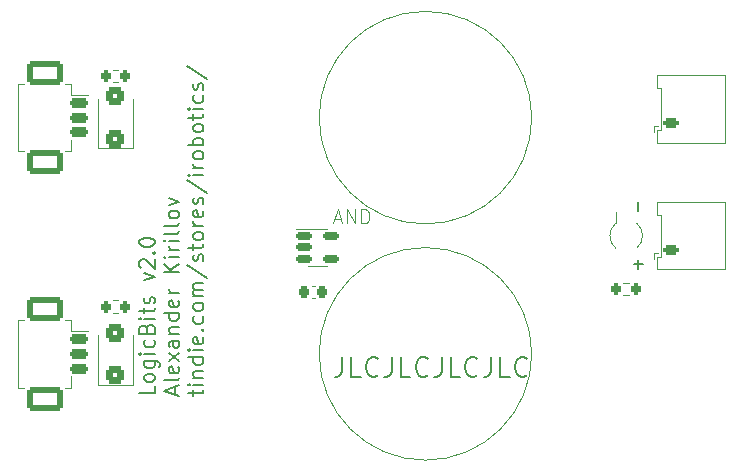
<source format=gbr>
%TF.GenerationSoftware,KiCad,Pcbnew,(6.0.4-0)*%
%TF.CreationDate,2022-12-31T15:50:49-05:00*%
%TF.ProjectId,ANDgate,414e4467-6174-4652-9e6b-696361645f70,rev?*%
%TF.SameCoordinates,Original*%
%TF.FileFunction,Legend,Top*%
%TF.FilePolarity,Positive*%
%FSLAX46Y46*%
G04 Gerber Fmt 4.6, Leading zero omitted, Abs format (unit mm)*
G04 Created by KiCad (PCBNEW (6.0.4-0)) date 2022-12-31 15:50:49*
%MOMM*%
%LPD*%
G01*
G04 APERTURE LIST*
G04 Aperture macros list*
%AMRoundRect*
0 Rectangle with rounded corners*
0 $1 Rounding radius*
0 $2 $3 $4 $5 $6 $7 $8 $9 X,Y pos of 4 corners*
0 Add a 4 corners polygon primitive as box body*
4,1,4,$2,$3,$4,$5,$6,$7,$8,$9,$2,$3,0*
0 Add four circle primitives for the rounded corners*
1,1,$1+$1,$2,$3*
1,1,$1+$1,$4,$5*
1,1,$1+$1,$6,$7*
1,1,$1+$1,$8,$9*
0 Add four rect primitives between the rounded corners*
20,1,$1+$1,$2,$3,$4,$5,0*
20,1,$1+$1,$4,$5,$6,$7,0*
20,1,$1+$1,$6,$7,$8,$9,0*
20,1,$1+$1,$8,$9,$2,$3,0*%
G04 Aperture macros list end*
%ADD10C,0.100000*%
%ADD11C,0.142240*%
%ADD12C,0.101600*%
%ADD13C,0.150000*%
%ADD14C,0.120000*%
%ADD15RoundRect,0.200000X0.450000X-0.200000X0.450000X0.200000X-0.450000X0.200000X-0.450000X-0.200000X0*%
%ADD16O,1.300000X0.800000*%
%ADD17C,2.100000*%
%ADD18R,0.700000X1.000000*%
%ADD19RoundRect,0.200000X-0.600000X0.200000X-0.600000X-0.200000X0.600000X-0.200000X0.600000X0.200000X0*%
%ADD20RoundRect,0.250001X-1.249999X0.799999X-1.249999X-0.799999X1.249999X-0.799999X1.249999X0.799999X0*%
%ADD21O,2.600000X2.100000*%
%ADD22RoundRect,0.300000X0.500000X-0.450000X0.500000X0.450000X-0.500000X0.450000X-0.500000X-0.450000X0*%
%ADD23RoundRect,0.150000X-0.512500X-0.150000X0.512500X-0.150000X0.512500X0.150000X-0.512500X0.150000X0*%
%ADD24RoundRect,0.200000X-0.200000X-0.275000X0.200000X-0.275000X0.200000X0.275000X-0.200000X0.275000X0*%
%ADD25RoundRect,0.225000X0.225000X0.250000X-0.225000X0.250000X-0.225000X-0.250000X0.225000X-0.250000X0*%
G04 APERTURE END LIST*
D10*
X161501100Y-115003600D02*
G75*
G03*
X161501100Y-115003600I-9000000J0D01*
G01*
X161501100Y-95003600D02*
G75*
G03*
X161501100Y-95003600I-9000000J0D01*
G01*
D11*
X145450382Y-115289946D02*
X145450382Y-116458346D01*
X145372489Y-116692026D01*
X145216702Y-116847813D01*
X144983022Y-116925706D01*
X144827236Y-116925706D01*
X147008249Y-116925706D02*
X146229316Y-116925706D01*
X146229316Y-115289946D01*
X148488222Y-116769920D02*
X148410329Y-116847813D01*
X148176649Y-116925706D01*
X148020862Y-116925706D01*
X147787182Y-116847813D01*
X147631396Y-116692026D01*
X147553502Y-116536240D01*
X147475609Y-116224666D01*
X147475609Y-115990986D01*
X147553502Y-115679413D01*
X147631396Y-115523626D01*
X147787182Y-115367840D01*
X148020862Y-115289946D01*
X148176649Y-115289946D01*
X148410329Y-115367840D01*
X148488222Y-115445733D01*
X149656622Y-115289946D02*
X149656622Y-116458346D01*
X149578729Y-116692026D01*
X149422942Y-116847813D01*
X149189262Y-116925706D01*
X149033476Y-116925706D01*
X151214489Y-116925706D02*
X150435556Y-116925706D01*
X150435556Y-115289946D01*
X152694462Y-116769920D02*
X152616569Y-116847813D01*
X152382889Y-116925706D01*
X152227102Y-116925706D01*
X151993422Y-116847813D01*
X151837636Y-116692026D01*
X151759742Y-116536240D01*
X151681849Y-116224666D01*
X151681849Y-115990986D01*
X151759742Y-115679413D01*
X151837636Y-115523626D01*
X151993422Y-115367840D01*
X152227102Y-115289946D01*
X152382889Y-115289946D01*
X152616569Y-115367840D01*
X152694462Y-115445733D01*
X153862862Y-115289946D02*
X153862862Y-116458346D01*
X153784969Y-116692026D01*
X153629182Y-116847813D01*
X153395502Y-116925706D01*
X153239716Y-116925706D01*
X155420729Y-116925706D02*
X154641796Y-116925706D01*
X154641796Y-115289946D01*
X156900702Y-116769920D02*
X156822809Y-116847813D01*
X156589129Y-116925706D01*
X156433342Y-116925706D01*
X156199662Y-116847813D01*
X156043876Y-116692026D01*
X155965982Y-116536240D01*
X155888089Y-116224666D01*
X155888089Y-115990986D01*
X155965982Y-115679413D01*
X156043876Y-115523626D01*
X156199662Y-115367840D01*
X156433342Y-115289946D01*
X156589129Y-115289946D01*
X156822809Y-115367840D01*
X156900702Y-115445733D01*
X158069102Y-115289946D02*
X158069102Y-116458346D01*
X157991209Y-116692026D01*
X157835422Y-116847813D01*
X157601742Y-116925706D01*
X157445956Y-116925706D01*
X159626969Y-116925706D02*
X158848036Y-116925706D01*
X158848036Y-115289946D01*
X161106942Y-116769920D02*
X161029049Y-116847813D01*
X160795369Y-116925706D01*
X160639582Y-116925706D01*
X160405902Y-116847813D01*
X160250116Y-116692026D01*
X160172222Y-116536240D01*
X160094329Y-116224666D01*
X160094329Y-115990986D01*
X160172222Y-115679413D01*
X160250116Y-115523626D01*
X160405902Y-115367840D01*
X160639582Y-115289946D01*
X160795369Y-115289946D01*
X161029049Y-115367840D01*
X161106942Y-115445733D01*
X129566924Y-117743144D02*
X129566924Y-118352744D01*
X128286764Y-118352744D01*
X129566924Y-117133544D02*
X129505964Y-117255464D01*
X129445004Y-117316424D01*
X129323084Y-117377384D01*
X128957324Y-117377384D01*
X128835404Y-117316424D01*
X128774444Y-117255464D01*
X128713484Y-117133544D01*
X128713484Y-116950664D01*
X128774444Y-116828744D01*
X128835404Y-116767784D01*
X128957324Y-116706824D01*
X129323084Y-116706824D01*
X129445004Y-116767784D01*
X129505964Y-116828744D01*
X129566924Y-116950664D01*
X129566924Y-117133544D01*
X128713484Y-115609544D02*
X129749804Y-115609544D01*
X129871724Y-115670504D01*
X129932684Y-115731464D01*
X129993644Y-115853384D01*
X129993644Y-116036264D01*
X129932684Y-116158184D01*
X129505964Y-115609544D02*
X129566924Y-115731464D01*
X129566924Y-115975304D01*
X129505964Y-116097224D01*
X129445004Y-116158184D01*
X129323084Y-116219144D01*
X128957324Y-116219144D01*
X128835404Y-116158184D01*
X128774444Y-116097224D01*
X128713484Y-115975304D01*
X128713484Y-115731464D01*
X128774444Y-115609544D01*
X129566924Y-114999944D02*
X128713484Y-114999944D01*
X128286764Y-114999944D02*
X128347724Y-115060904D01*
X128408684Y-114999944D01*
X128347724Y-114938984D01*
X128286764Y-114999944D01*
X128408684Y-114999944D01*
X129505964Y-113841704D02*
X129566924Y-113963624D01*
X129566924Y-114207464D01*
X129505964Y-114329384D01*
X129445004Y-114390344D01*
X129323084Y-114451304D01*
X128957324Y-114451304D01*
X128835404Y-114390344D01*
X128774444Y-114329384D01*
X128713484Y-114207464D01*
X128713484Y-113963624D01*
X128774444Y-113841704D01*
X128896364Y-112866344D02*
X128957324Y-112683464D01*
X129018284Y-112622504D01*
X129140204Y-112561544D01*
X129323084Y-112561544D01*
X129445004Y-112622504D01*
X129505964Y-112683464D01*
X129566924Y-112805384D01*
X129566924Y-113293064D01*
X128286764Y-113293064D01*
X128286764Y-112866344D01*
X128347724Y-112744424D01*
X128408684Y-112683464D01*
X128530604Y-112622504D01*
X128652524Y-112622504D01*
X128774444Y-112683464D01*
X128835404Y-112744424D01*
X128896364Y-112866344D01*
X128896364Y-113293064D01*
X129566924Y-112012904D02*
X128713484Y-112012904D01*
X128286764Y-112012904D02*
X128347724Y-112073864D01*
X128408684Y-112012904D01*
X128347724Y-111951944D01*
X128286764Y-112012904D01*
X128408684Y-112012904D01*
X128713484Y-111586184D02*
X128713484Y-111098504D01*
X128286764Y-111403304D02*
X129384044Y-111403304D01*
X129505964Y-111342344D01*
X129566924Y-111220424D01*
X129566924Y-111098504D01*
X129505964Y-110732744D02*
X129566924Y-110610824D01*
X129566924Y-110366984D01*
X129505964Y-110245064D01*
X129384044Y-110184104D01*
X129323084Y-110184104D01*
X129201164Y-110245064D01*
X129140204Y-110366984D01*
X129140204Y-110549864D01*
X129079244Y-110671784D01*
X128957324Y-110732744D01*
X128896364Y-110732744D01*
X128774444Y-110671784D01*
X128713484Y-110549864D01*
X128713484Y-110366984D01*
X128774444Y-110245064D01*
X128713484Y-108782024D02*
X129566924Y-108477224D01*
X128713484Y-108172424D01*
X128408684Y-107745704D02*
X128347724Y-107684744D01*
X128286764Y-107562824D01*
X128286764Y-107258024D01*
X128347724Y-107136104D01*
X128408684Y-107075144D01*
X128530604Y-107014184D01*
X128652524Y-107014184D01*
X128835404Y-107075144D01*
X129566924Y-107806664D01*
X129566924Y-107014184D01*
X129445004Y-106465544D02*
X129505964Y-106404584D01*
X129566924Y-106465544D01*
X129505964Y-106526504D01*
X129445004Y-106465544D01*
X129566924Y-106465544D01*
X128286764Y-105612104D02*
X128286764Y-105490184D01*
X128347724Y-105368264D01*
X128408684Y-105307304D01*
X128530604Y-105246344D01*
X128774444Y-105185384D01*
X129079244Y-105185384D01*
X129323084Y-105246344D01*
X129445004Y-105307304D01*
X129505964Y-105368264D01*
X129566924Y-105490184D01*
X129566924Y-105612104D01*
X129505964Y-105734024D01*
X129445004Y-105794984D01*
X129323084Y-105855944D01*
X129079244Y-105916904D01*
X128774444Y-105916904D01*
X128530604Y-105855944D01*
X128408684Y-105794984D01*
X128347724Y-105734024D01*
X128286764Y-105612104D01*
X131262222Y-118413704D02*
X131262222Y-117804104D01*
X131627982Y-118535624D02*
X130347822Y-118108904D01*
X131627982Y-117682184D01*
X131627982Y-117072584D02*
X131567022Y-117194504D01*
X131445102Y-117255464D01*
X130347822Y-117255464D01*
X131567022Y-116097224D02*
X131627982Y-116219144D01*
X131627982Y-116462984D01*
X131567022Y-116584904D01*
X131445102Y-116645864D01*
X130957422Y-116645864D01*
X130835502Y-116584904D01*
X130774542Y-116462984D01*
X130774542Y-116219144D01*
X130835502Y-116097224D01*
X130957422Y-116036264D01*
X131079342Y-116036264D01*
X131201262Y-116645864D01*
X131627982Y-115609544D02*
X130774542Y-114938984D01*
X130774542Y-115609544D02*
X131627982Y-114938984D01*
X131627982Y-113902664D02*
X130957422Y-113902664D01*
X130835502Y-113963624D01*
X130774542Y-114085544D01*
X130774542Y-114329384D01*
X130835502Y-114451304D01*
X131567022Y-113902664D02*
X131627982Y-114024584D01*
X131627982Y-114329384D01*
X131567022Y-114451304D01*
X131445102Y-114512264D01*
X131323182Y-114512264D01*
X131201262Y-114451304D01*
X131140302Y-114329384D01*
X131140302Y-114024584D01*
X131079342Y-113902664D01*
X130774542Y-113293064D02*
X131627982Y-113293064D01*
X130896462Y-113293064D02*
X130835502Y-113232104D01*
X130774542Y-113110184D01*
X130774542Y-112927304D01*
X130835502Y-112805384D01*
X130957422Y-112744424D01*
X131627982Y-112744424D01*
X131627982Y-111586184D02*
X130347822Y-111586184D01*
X131567022Y-111586184D02*
X131627982Y-111708104D01*
X131627982Y-111951944D01*
X131567022Y-112073864D01*
X131506062Y-112134824D01*
X131384142Y-112195784D01*
X131018382Y-112195784D01*
X130896462Y-112134824D01*
X130835502Y-112073864D01*
X130774542Y-111951944D01*
X130774542Y-111708104D01*
X130835502Y-111586184D01*
X131567022Y-110488904D02*
X131627982Y-110610824D01*
X131627982Y-110854664D01*
X131567022Y-110976584D01*
X131445102Y-111037544D01*
X130957422Y-111037544D01*
X130835502Y-110976584D01*
X130774542Y-110854664D01*
X130774542Y-110610824D01*
X130835502Y-110488904D01*
X130957422Y-110427944D01*
X131079342Y-110427944D01*
X131201262Y-111037544D01*
X131627982Y-109879304D02*
X130774542Y-109879304D01*
X131018382Y-109879304D02*
X130896462Y-109818344D01*
X130835502Y-109757384D01*
X130774542Y-109635464D01*
X130774542Y-109513544D01*
X131627982Y-108111464D02*
X130347822Y-108111464D01*
X131627982Y-107379944D02*
X130896462Y-107928584D01*
X130347822Y-107379944D02*
X131079342Y-108111464D01*
X131627982Y-106831304D02*
X130774542Y-106831304D01*
X130347822Y-106831304D02*
X130408782Y-106892264D01*
X130469742Y-106831304D01*
X130408782Y-106770344D01*
X130347822Y-106831304D01*
X130469742Y-106831304D01*
X131627982Y-106221704D02*
X130774542Y-106221704D01*
X131018382Y-106221704D02*
X130896462Y-106160744D01*
X130835502Y-106099784D01*
X130774542Y-105977864D01*
X130774542Y-105855944D01*
X131627982Y-105429224D02*
X130774542Y-105429224D01*
X130347822Y-105429224D02*
X130408782Y-105490184D01*
X130469742Y-105429224D01*
X130408782Y-105368264D01*
X130347822Y-105429224D01*
X130469742Y-105429224D01*
X131627982Y-104636744D02*
X131567022Y-104758664D01*
X131445102Y-104819624D01*
X130347822Y-104819624D01*
X131627982Y-103966184D02*
X131567022Y-104088104D01*
X131445102Y-104149064D01*
X130347822Y-104149064D01*
X131627982Y-103295624D02*
X131567022Y-103417544D01*
X131506062Y-103478504D01*
X131384142Y-103539464D01*
X131018382Y-103539464D01*
X130896462Y-103478504D01*
X130835502Y-103417544D01*
X130774542Y-103295624D01*
X130774542Y-103112744D01*
X130835502Y-102990824D01*
X130896462Y-102929864D01*
X131018382Y-102868904D01*
X131384142Y-102868904D01*
X131506062Y-102929864D01*
X131567022Y-102990824D01*
X131627982Y-103112744D01*
X131627982Y-103295624D01*
X130774542Y-102442184D02*
X131627982Y-102137384D01*
X130774542Y-101832584D01*
X132835600Y-118535624D02*
X132835600Y-118047944D01*
X132408880Y-118352744D02*
X133506160Y-118352744D01*
X133628080Y-118291784D01*
X133689040Y-118169864D01*
X133689040Y-118047944D01*
X133689040Y-117621224D02*
X132835600Y-117621224D01*
X132408880Y-117621224D02*
X132469840Y-117682184D01*
X132530800Y-117621224D01*
X132469840Y-117560264D01*
X132408880Y-117621224D01*
X132530800Y-117621224D01*
X132835600Y-117011624D02*
X133689040Y-117011624D01*
X132957520Y-117011624D02*
X132896560Y-116950664D01*
X132835600Y-116828744D01*
X132835600Y-116645864D01*
X132896560Y-116523944D01*
X133018480Y-116462984D01*
X133689040Y-116462984D01*
X133689040Y-115304744D02*
X132408880Y-115304744D01*
X133628080Y-115304744D02*
X133689040Y-115426664D01*
X133689040Y-115670504D01*
X133628080Y-115792424D01*
X133567120Y-115853384D01*
X133445200Y-115914344D01*
X133079440Y-115914344D01*
X132957520Y-115853384D01*
X132896560Y-115792424D01*
X132835600Y-115670504D01*
X132835600Y-115426664D01*
X132896560Y-115304744D01*
X133689040Y-114695144D02*
X132835600Y-114695144D01*
X132408880Y-114695144D02*
X132469840Y-114756104D01*
X132530800Y-114695144D01*
X132469840Y-114634184D01*
X132408880Y-114695144D01*
X132530800Y-114695144D01*
X133628080Y-113597864D02*
X133689040Y-113719784D01*
X133689040Y-113963624D01*
X133628080Y-114085544D01*
X133506160Y-114146504D01*
X133018480Y-114146504D01*
X132896560Y-114085544D01*
X132835600Y-113963624D01*
X132835600Y-113719784D01*
X132896560Y-113597864D01*
X133018480Y-113536904D01*
X133140400Y-113536904D01*
X133262320Y-114146504D01*
X133567120Y-112988264D02*
X133628080Y-112927304D01*
X133689040Y-112988264D01*
X133628080Y-113049224D01*
X133567120Y-112988264D01*
X133689040Y-112988264D01*
X133628080Y-111830024D02*
X133689040Y-111951944D01*
X133689040Y-112195784D01*
X133628080Y-112317704D01*
X133567120Y-112378664D01*
X133445200Y-112439624D01*
X133079440Y-112439624D01*
X132957520Y-112378664D01*
X132896560Y-112317704D01*
X132835600Y-112195784D01*
X132835600Y-111951944D01*
X132896560Y-111830024D01*
X133689040Y-111098504D02*
X133628080Y-111220424D01*
X133567120Y-111281384D01*
X133445200Y-111342344D01*
X133079440Y-111342344D01*
X132957520Y-111281384D01*
X132896560Y-111220424D01*
X132835600Y-111098504D01*
X132835600Y-110915624D01*
X132896560Y-110793704D01*
X132957520Y-110732744D01*
X133079440Y-110671784D01*
X133445200Y-110671784D01*
X133567120Y-110732744D01*
X133628080Y-110793704D01*
X133689040Y-110915624D01*
X133689040Y-111098504D01*
X133689040Y-110123144D02*
X132835600Y-110123144D01*
X132957520Y-110123144D02*
X132896560Y-110062184D01*
X132835600Y-109940264D01*
X132835600Y-109757384D01*
X132896560Y-109635464D01*
X133018480Y-109574504D01*
X133689040Y-109574504D01*
X133018480Y-109574504D02*
X132896560Y-109513544D01*
X132835600Y-109391624D01*
X132835600Y-109208744D01*
X132896560Y-109086824D01*
X133018480Y-109025864D01*
X133689040Y-109025864D01*
X132347920Y-107501864D02*
X133993840Y-108599144D01*
X133628080Y-107136104D02*
X133689040Y-107014184D01*
X133689040Y-106770344D01*
X133628080Y-106648424D01*
X133506160Y-106587464D01*
X133445200Y-106587464D01*
X133323280Y-106648424D01*
X133262320Y-106770344D01*
X133262320Y-106953224D01*
X133201360Y-107075144D01*
X133079440Y-107136104D01*
X133018480Y-107136104D01*
X132896560Y-107075144D01*
X132835600Y-106953224D01*
X132835600Y-106770344D01*
X132896560Y-106648424D01*
X132835600Y-106221704D02*
X132835600Y-105734024D01*
X132408880Y-106038824D02*
X133506160Y-106038824D01*
X133628080Y-105977864D01*
X133689040Y-105855944D01*
X133689040Y-105734024D01*
X133689040Y-105124424D02*
X133628080Y-105246344D01*
X133567120Y-105307304D01*
X133445200Y-105368264D01*
X133079440Y-105368264D01*
X132957520Y-105307304D01*
X132896560Y-105246344D01*
X132835600Y-105124424D01*
X132835600Y-104941544D01*
X132896560Y-104819624D01*
X132957520Y-104758664D01*
X133079440Y-104697704D01*
X133445200Y-104697704D01*
X133567120Y-104758664D01*
X133628080Y-104819624D01*
X133689040Y-104941544D01*
X133689040Y-105124424D01*
X133689040Y-104149064D02*
X132835600Y-104149064D01*
X133079440Y-104149064D02*
X132957520Y-104088104D01*
X132896560Y-104027144D01*
X132835600Y-103905224D01*
X132835600Y-103783304D01*
X133628080Y-102868904D02*
X133689040Y-102990824D01*
X133689040Y-103234664D01*
X133628080Y-103356584D01*
X133506160Y-103417544D01*
X133018480Y-103417544D01*
X132896560Y-103356584D01*
X132835600Y-103234664D01*
X132835600Y-102990824D01*
X132896560Y-102868904D01*
X133018480Y-102807944D01*
X133140400Y-102807944D01*
X133262320Y-103417544D01*
X133628080Y-102320264D02*
X133689040Y-102198344D01*
X133689040Y-101954504D01*
X133628080Y-101832584D01*
X133506160Y-101771624D01*
X133445200Y-101771624D01*
X133323280Y-101832584D01*
X133262320Y-101954504D01*
X133262320Y-102137384D01*
X133201360Y-102259304D01*
X133079440Y-102320264D01*
X133018480Y-102320264D01*
X132896560Y-102259304D01*
X132835600Y-102137384D01*
X132835600Y-101954504D01*
X132896560Y-101832584D01*
X132347920Y-100308584D02*
X133993840Y-101405864D01*
X133689040Y-99881864D02*
X132835600Y-99881864D01*
X132408880Y-99881864D02*
X132469840Y-99942824D01*
X132530800Y-99881864D01*
X132469840Y-99820904D01*
X132408880Y-99881864D01*
X132530800Y-99881864D01*
X133689040Y-99272264D02*
X132835600Y-99272264D01*
X133079440Y-99272264D02*
X132957520Y-99211304D01*
X132896560Y-99150344D01*
X132835600Y-99028424D01*
X132835600Y-98906504D01*
X133689040Y-98296904D02*
X133628080Y-98418824D01*
X133567120Y-98479784D01*
X133445200Y-98540744D01*
X133079440Y-98540744D01*
X132957520Y-98479784D01*
X132896560Y-98418824D01*
X132835600Y-98296904D01*
X132835600Y-98114024D01*
X132896560Y-97992104D01*
X132957520Y-97931144D01*
X133079440Y-97870184D01*
X133445200Y-97870184D01*
X133567120Y-97931144D01*
X133628080Y-97992104D01*
X133689040Y-98114024D01*
X133689040Y-98296904D01*
X133689040Y-97321544D02*
X132408880Y-97321544D01*
X132896560Y-97321544D02*
X132835600Y-97199624D01*
X132835600Y-96955784D01*
X132896560Y-96833864D01*
X132957520Y-96772904D01*
X133079440Y-96711944D01*
X133445200Y-96711944D01*
X133567120Y-96772904D01*
X133628080Y-96833864D01*
X133689040Y-96955784D01*
X133689040Y-97199624D01*
X133628080Y-97321544D01*
X133689040Y-95980424D02*
X133628080Y-96102344D01*
X133567120Y-96163304D01*
X133445200Y-96224264D01*
X133079440Y-96224264D01*
X132957520Y-96163304D01*
X132896560Y-96102344D01*
X132835600Y-95980424D01*
X132835600Y-95797544D01*
X132896560Y-95675624D01*
X132957520Y-95614664D01*
X133079440Y-95553704D01*
X133445200Y-95553704D01*
X133567120Y-95614664D01*
X133628080Y-95675624D01*
X133689040Y-95797544D01*
X133689040Y-95980424D01*
X132835600Y-95187944D02*
X132835600Y-94700264D01*
X132408880Y-95005064D02*
X133506160Y-95005064D01*
X133628080Y-94944104D01*
X133689040Y-94822184D01*
X133689040Y-94700264D01*
X133689040Y-94273544D02*
X132835600Y-94273544D01*
X132408880Y-94273544D02*
X132469840Y-94334504D01*
X132530800Y-94273544D01*
X132469840Y-94212584D01*
X132408880Y-94273544D01*
X132530800Y-94273544D01*
X133628080Y-93115304D02*
X133689040Y-93237224D01*
X133689040Y-93481064D01*
X133628080Y-93602984D01*
X133567120Y-93663944D01*
X133445200Y-93724904D01*
X133079440Y-93724904D01*
X132957520Y-93663944D01*
X132896560Y-93602984D01*
X132835600Y-93481064D01*
X132835600Y-93237224D01*
X132896560Y-93115304D01*
X133628080Y-92627624D02*
X133689040Y-92505704D01*
X133689040Y-92261864D01*
X133628080Y-92139944D01*
X133506160Y-92078984D01*
X133445200Y-92078984D01*
X133323280Y-92139944D01*
X133262320Y-92261864D01*
X133262320Y-92444744D01*
X133201360Y-92566664D01*
X133079440Y-92627624D01*
X133018480Y-92627624D01*
X132896560Y-92566664D01*
X132835600Y-92444744D01*
X132835600Y-92261864D01*
X132896560Y-92139944D01*
X132347920Y-90615944D02*
X133993840Y-91713224D01*
D12*
X144789692Y-103614133D02*
X145346073Y-103614133D01*
X144678416Y-103947961D02*
X145067882Y-102779561D01*
X145457349Y-103947961D01*
X145846816Y-103947961D02*
X145846816Y-102779561D01*
X146514473Y-103947961D01*
X146514473Y-102779561D01*
X147070854Y-103947961D02*
X147070854Y-102779561D01*
X147349044Y-102779561D01*
X147515959Y-102835200D01*
X147627235Y-102946476D01*
X147682873Y-103057752D01*
X147738511Y-103280304D01*
X147738511Y-103447219D01*
X147682873Y-103669771D01*
X147627235Y-103781047D01*
X147515959Y-103892323D01*
X147349044Y-103947961D01*
X147070854Y-103947961D01*
D13*
%TO.C,D3*%
X170528571Y-102119047D02*
X170528571Y-102880952D01*
X170528571Y-107019047D02*
X170528571Y-107780952D01*
X170147619Y-107400000D02*
X170909523Y-107400000D01*
D14*
%TO.C,J4*%
X171850000Y-95750000D02*
X171850000Y-96250000D01*
X172440000Y-96040000D02*
X172140000Y-96040000D01*
X177860000Y-97110000D02*
X177860000Y-94250000D01*
X172440000Y-94250000D02*
X172440000Y-92460000D01*
X172140000Y-97110000D02*
X177860000Y-97110000D01*
X177860000Y-91390000D02*
X177860000Y-94250000D01*
X172140000Y-96040000D02*
X172140000Y-97110000D01*
X172440000Y-94250000D02*
X172440000Y-96040000D01*
X172140000Y-91390000D02*
X177860000Y-91390000D01*
X172140000Y-92460000D02*
X172140000Y-91390000D01*
X172150000Y-95750000D02*
X171850000Y-95750000D01*
X172440000Y-92460000D02*
X172140000Y-92460000D01*
%TO.C,J3*%
X171850000Y-106500000D02*
X171850000Y-107000000D01*
X172440000Y-106790000D02*
X172140000Y-106790000D01*
X177860000Y-107860000D02*
X177860000Y-105000000D01*
X172440000Y-105000000D02*
X172440000Y-103210000D01*
X172140000Y-107860000D02*
X177860000Y-107860000D01*
X177860000Y-102140000D02*
X177860000Y-105000000D01*
X172140000Y-106790000D02*
X172140000Y-107860000D01*
X172440000Y-105000000D02*
X172440000Y-106790000D01*
X172140000Y-102140000D02*
X177860000Y-102140000D01*
X172140000Y-103210000D02*
X172140000Y-102140000D01*
X172150000Y-106500000D02*
X171850000Y-106500000D01*
X172440000Y-103210000D02*
X172140000Y-103210000D01*
%TO.C,D3*%
X168600000Y-103000000D02*
X168600000Y-103950000D01*
X170400001Y-106050001D02*
G75*
G03*
X170377765Y-103931342I-900000J1050001D01*
G01*
X168600000Y-103950000D02*
G75*
G03*
X168622235Y-106068658I900000J-1050000D01*
G01*
%TO.C,J1*%
X122460000Y-97860000D02*
X122460000Y-96910000D01*
X122010000Y-92140000D02*
X122460000Y-92140000D01*
X118040000Y-97860000D02*
X118490000Y-97860000D01*
X122010000Y-97860000D02*
X122460000Y-97860000D01*
X118040000Y-92140000D02*
X118040000Y-97860000D01*
X122460000Y-93090000D02*
X123950000Y-93090000D01*
X122460000Y-92140000D02*
X122460000Y-93090000D01*
X118490000Y-92140000D02*
X118040000Y-92140000D01*
%TO.C,D2*%
X127710000Y-117600000D02*
X127710000Y-113400000D01*
X124790000Y-117600000D02*
X127710000Y-117600000D01*
X124790000Y-113400000D02*
X124790000Y-117600000D01*
%TO.C,U1*%
X143377500Y-107544000D02*
X142577500Y-107544000D01*
X143377500Y-104424000D02*
X141577500Y-104424000D01*
X143377500Y-104424000D02*
X144177500Y-104424000D01*
X143377500Y-107544000D02*
X144177500Y-107544000D01*
%TO.C,D1*%
X127710000Y-97600000D02*
X127710000Y-93400000D01*
X124790000Y-97600000D02*
X127710000Y-97600000D01*
X124790000Y-93400000D02*
X124790000Y-97600000D01*
%TO.C,R3*%
X169262742Y-110022500D02*
X169737258Y-110022500D01*
X169262742Y-108977500D02*
X169737258Y-108977500D01*
%TO.C,R1*%
X126012742Y-92022500D02*
X126487258Y-92022500D01*
X126012742Y-90977500D02*
X126487258Y-90977500D01*
%TO.C,C1*%
X143140580Y-109240000D02*
X142859420Y-109240000D01*
X143140580Y-110260000D02*
X142859420Y-110260000D01*
%TO.C,J2*%
X122460000Y-117860000D02*
X122460000Y-116910000D01*
X122010000Y-112140000D02*
X122460000Y-112140000D01*
X118040000Y-117860000D02*
X118490000Y-117860000D01*
X122010000Y-117860000D02*
X122460000Y-117860000D01*
X118040000Y-112140000D02*
X118040000Y-117860000D01*
X122460000Y-113090000D02*
X123950000Y-113090000D01*
X122460000Y-112140000D02*
X122460000Y-113090000D01*
X118490000Y-112140000D02*
X118040000Y-112140000D01*
%TO.C,R2*%
X126012742Y-111522500D02*
X126487258Y-111522500D01*
X126012742Y-110477500D02*
X126487258Y-110477500D01*
%TD*%
%LPC*%
D15*
%TO.C,J4*%
X173300000Y-95500000D03*
D16*
X173300000Y-94250000D03*
X173300000Y-93000000D03*
%TD*%
D15*
%TO.C,J3*%
X173300000Y-106250000D03*
D16*
X173300000Y-105000000D03*
X173300000Y-103750000D03*
%TD*%
D17*
%TO.C,D3*%
X169500000Y-105000000D03*
D18*
X169500000Y-102200000D03*
X169500000Y-107800000D03*
%TD*%
D19*
%TO.C,J1*%
X123150000Y-93750000D03*
X123150000Y-95000000D03*
X123150000Y-96250000D03*
D20*
X120250000Y-91200000D03*
X120250000Y-98800000D03*
%TD*%
D21*
%TO.C,D2*%
X126250000Y-115000000D03*
D22*
X126250000Y-116800000D03*
X126250000Y-113200000D03*
%TD*%
D23*
%TO.C,U1*%
X142240000Y-105034000D03*
X142240000Y-105984000D03*
X142240000Y-106934000D03*
X144515000Y-106934000D03*
X144515000Y-105034000D03*
%TD*%
D21*
%TO.C,D1*%
X126250000Y-95000000D03*
D22*
X126250000Y-96800000D03*
X126250000Y-93200000D03*
%TD*%
D24*
%TO.C,R3*%
X168675000Y-109500000D03*
X170325000Y-109500000D03*
%TD*%
%TO.C,R1*%
X125425000Y-91500000D03*
X127075000Y-91500000D03*
%TD*%
D25*
%TO.C,C1*%
X143775000Y-109750000D03*
X142225000Y-109750000D03*
%TD*%
D19*
%TO.C,J2*%
X123150000Y-113750000D03*
X123150000Y-115000000D03*
X123150000Y-116250000D03*
D20*
X120250000Y-111200000D03*
X120250000Y-118800000D03*
%TD*%
D24*
%TO.C,R2*%
X125425000Y-111000000D03*
X127075000Y-111000000D03*
%TD*%
M02*

</source>
